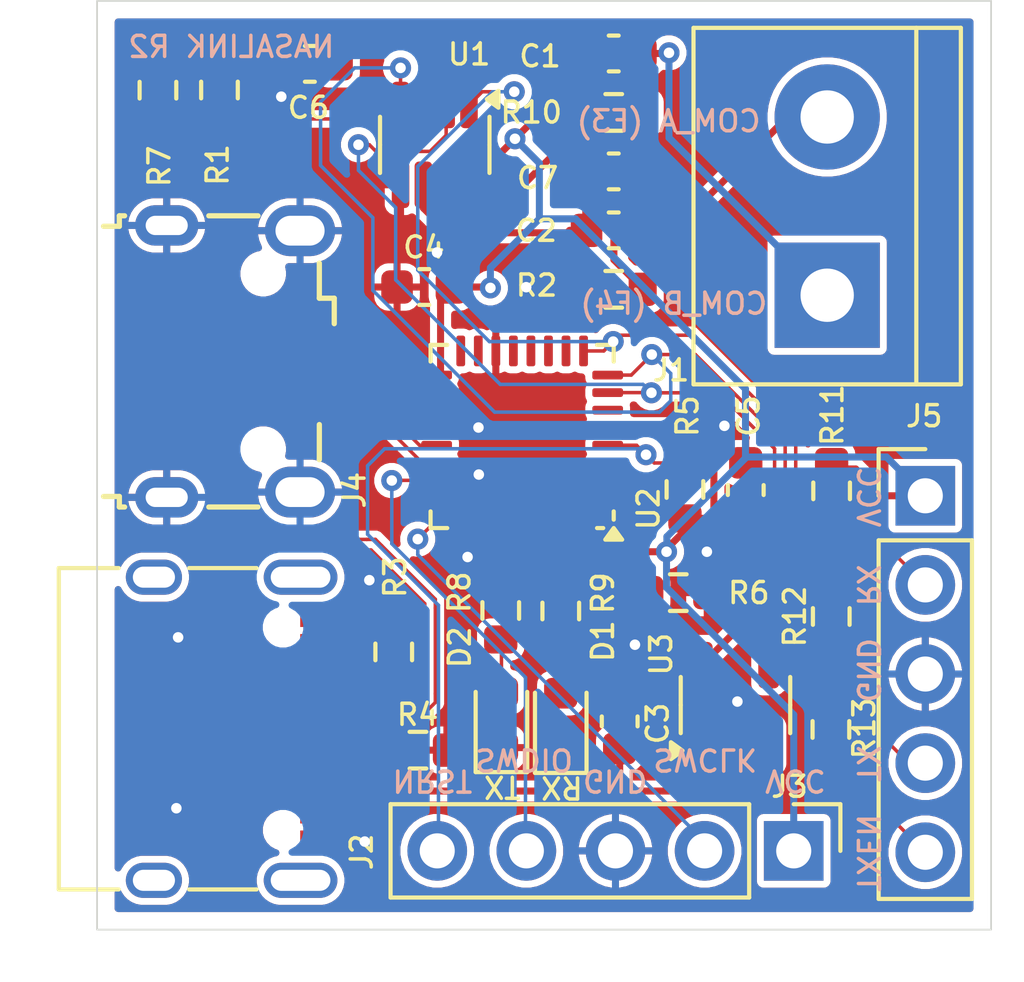
<source format=kicad_pcb>
(kicad_pcb (version 20241229) (generator "pcbnew") (generator_version "9.0")
  (layers (0 "F.Cu" signal) (2 "B.Cu" signal) (13 "F.Paste" user) (15 "B.Paste" user) (5 "F.SilkS" user "F.Silkscreen") (7 "B.SilkS" user "B.Silkscreen") (1 "F.Mask" user) (3 "B.Mask" user) (25 "Edge.Cuts" user))
  (net 0 "")
  (net 1 "Net-(U1-B)")
  (net 2 "Net-(J1-Pin_1)")
  (net 3 "Net-(J1-Pin_2)")
  (net 4 "Net-(U1-A)")
  (net 5 "GND")
  (net 6 "/VBUS")
  (net 7 "/VCC")
  (net 9 "Net-(J2-CC2)")
  (net 10 "/USBDM")
  (net 11 "/USBDP")
  (net 12 "Net-(J2-CC1)")
  (net 13 "/NRST")
  (net 14 "/SWDIO")
  (net 15 "/SWDCLK")
  (net 16 "Net-(U1-F_SET)")
  (net 17 "Net-(U2-PF11)")
  (net 18 "/UART_TXEN")
  (net 19 "/UART_TX")
  (net 20 "/UART_RX")
  (net 38 "Net-(R1-Pad2)")
  (net 39 "Net-(D1-A)")
  (net 40 "Net-(D2-A)")
  (net 41 "/LED_TX")
  (net 42 "/LED_RX")
  (net 44 "Net-(C1-Pad1)")
  (footprint "Capacitor_SMD:C_0603_1608Metric" (layer "F.Cu") (at 46.987706 35.701567 -90)
    (property "Reference" "C5")
    (property "Value" "1uF")
  )
  (footprint "Package_DFN_QFN:QFN-32-1EP_5x5mm_P0.5mm_EP3.45x3.45mm" (layer "F.Cu") (at 40.615 34.175 180)
    (property "Reference" "U2")
    (property "Value" "STM32F042K6Ux")
  )
  (footprint "LED_SMD:LED_0603_1608Metric" (layer "F.Cu") (at 41.715555 42.278787 90)
    (property "Reference" "D1")
    (property "Value" "LED")
  )
  (footprint "Capacitor_SMD:C_0603_1608Metric" (layer "F.Cu") (at 43.395 42.295 -90)
    (property "Reference" "C3")
    (property "Value" "1uF")
  )
  (footprint "Resistor_SMD:R_0603_1608Metric" (layer "F.Cu") (at 30.235 24.305 -90)
    (property "Reference" "R7")
    (property "Value" "0")
  )
  (footprint "Resistor_SMD:R_0603_1608Metric" (layer "F.Cu") (at 45.255 35.685 -90)
    (property "Reference" "R5")
    (property "Value" "100k")
  )
  (footprint "Resistor_SMD:R_0603_1608Metric" (layer "F.Cu") (at 31.988527 24.30021 90)
    (property "Reference" "R1")
    (property "Value" "50k")
  )
  (footprint "Resistor_SMD:R_0603_1608Metric" (layer "F.Cu") (at 43.225 24.939506)
    (property "Reference" "R10")
    (property "Value" "82")
  )
  (footprint "Connector_USB:USB_C_Receptacle_XKB_U262-16XN-4BVC11" (layer "F.Cu") (at 31.195 42.505 -90)
    (property "Reference" "J2")
    (property "Value" "USB_C_Receptacle_USB2.0_14P")
  )
  (footprint "Resistor_SMD:R_0603_1608Metric" (layer "F.Cu") (at 36.955 40.315 90)
    (property "Reference" "R4")
    (property "Value" "5.1k")
  )
  (footprint "Resistor_SMD:R_0603_1608Metric" (layer "F.Cu") (at 41.715556 39.148788 -90)
    (property "Reference" "R9")
    (property "Value" "1k")
  )
  (footprint "Capacitor_SMD:C_0603_1608Metric" (layer "F.Cu") (at 43.225 28.300412)
    (property "Reference" "C2")
    (property "Value" "1uF")
  )
  (footprint "Package_TO_SOT_SMD:SOT-23-8" (layer "F.Cu") (at 38.12436 25.864083 -90)
    (property "Reference" "U1")
    (property "Value" "THVD8000")
  )
  (footprint "Capacitor_SMD:C_0603_1608Metric" (layer "F.Cu") (at 43.225 26.61996)
    (property "Reference" "C7")
    (property "Value" "10nF")
  )
  (footprint "TerminalBlock:TerminalBlock_bornier-2_P5.08mm" (layer "F.Cu") (at 49.308919 30.149053 90)
    (property "Reference" "J1")
    (property "Value" "Screw_Terminal_01x02")
  )
  (footprint "Capacitor_SMD:C_0603_1608Metric" (layer "F.Cu") (at 43.225 23.259054)
    (property "Reference" "C1")
    (property "Value" "1uF")
  )
  (footprint "LED_SMD:LED_0603_1608Metric" (layer "F.Cu") (at 40.025 42.255 90)
    (property "Reference" "D2")
    (property "Value" "LED")
  )
  (footprint "Resistor_SMD:R_0603_1608Metric" (layer "F.Cu") (at 43.225 29.980863 180)
    (property "Reference" "R2")
    (property "Value" "120")
  )
  (footprint "Resistor_SMD:R_0603_1608Metric" (layer "F.Cu") (at 49.425 39.305 90)
    (property "Reference" "R12")
    (property "Value" "4.7k")
  )
  (footprint "Resistor_SMD:R_0603_1608Metric" (layer "F.Cu") (at 40.005 39.135 -90)
    (property "Reference" "R8")
    (property "Value" "1k")
  )
  (footprint "Connector_USB:USB_Micro-B_Wuerth_629105150521" (layer "F.Cu") (at 32.435 32.035 -90)
    (property "Reference" "J4")
    (property "Value" "USB_B_Micro")
  )
  (footprint "Capacitor_SMD:C_0603_1608Metric" (layer "F.Cu") (at 37.825 29.915)
    (property "Reference" "C4")
    (property "Value" "1uF")
  )
  (footprint "Package_TO_SOT_SMD:SOT-23-5" (layer "F.Cu") (at 46.695 41.83 90)
    (property "Reference" "U3")
    (property "Value" "TLV70033_SOT23-5")
  )
  (footprint "Resistor_SMD:R_0603_1608Metric" (layer "F.Cu") (at 49.435 35.725 90)
    (property "Reference" "R11")
    (property "Value" "4.7k")
  )
  (footprint "Resistor_SMD:R_0603_1608Metric" (layer "F.Cu") (at 37.645 43.115)
    (property "Reference" "R3")
    (property "Value" "5.1k")
  )
  (footprint "Connector_PinHeader_2.54mm:PinHeader_1x05_P2.54mm_Vertical" (layer "F.Cu") (at 52.105 35.865)
    (property "Reference" "J5")
    (property "Value" "Conn_01x05")
  )
  (footprint "Resistor_SMD:R_0603_1608Metric" (layer "F.Cu") (at 45.065 38.625 180)
    (property "Reference" "R6")
    (property "Value" "100k")
  )
  (footprint "Resistor_SMD:R_0603_1608Metric" (layer "F.Cu") (at 49.415 42.525 90)
    (property "Reference" "R13")
    (property "Value" "4.7k")
  )
  (footprint "Connector_PinHeader_2.54mm:PinHeader_1x05_P2.54mm_Vertical" (layer "F.Cu") (at 48.355 45.985 -90)
    (property "Reference" "J3")
    (property "Value" "Conn_01x05_Pin")
  )
  (footprint "Capacitor_SMD:C_0603_1608Metric" (layer "F.Cu") (at 34.565 23.555)
    (property "Reference" "C6")
    (property "Value" "1uF")
  )
  (gr_rect (start 28.5 21.76) (end 53.98 48.23) (stroke (width 0.05)) (fill no) (layer "Edge.Cuts"))
  (gr_text "TX" (at 40.05 44.16 180) (layer "F.SilkS") (effects (font (size 0.6 0.6) (thickness 0.1))))
  (gr_text "RX" (at 41.75 44.18 180) (layer "F.SilkS") (effects (font (size 0.6 0.6) (thickness 0.1))))
  (gr_text "GND" (at 50.12 41.82 270) (layer "B.SilkS") (effects (font (size 0.6 0.6) (thickness 0.1)) (justify left bottom mirror)))
  (gr_text "SWDIO" (at 39.218917 43.032404 180) (layer "B.SilkS") (effects (font (size 0.6 0.6) (thickness 0.1)) (justify left bottom mirror)))
  (gr_text "SWCLK" (at 44.293915 43.032404 180) (layer "B.SilkS") (effects (font (size 0.6 0.6) (thickness 0.1)) (justify left bottom mirror)))
  (gr_text "VCC" (at 47.481418 43.632404 180) (layer "B.SilkS") (effects (font (size 0.6 0.6) (thickness 0.1)) (justify left bottom mirror)))
  (gr_text "NRST" (at 36.861418 43.632404 180) (layer "B.SilkS") (effects (font (size 0.6 0.6) (thickness 0.1)) (justify left bottom mirror)))
  (gr_text "COM_A (F3)" (at 47.47 25.54 0) (layer "B.SilkS") (effects (font (size 0.6 0.6) (thickness 0.1)) (justify left bottom mirror)))
  (gr_text "TXEN" (at 50.12 47.21 270) (layer "B.SilkS") (effects (font (size 0.6 0.6) (thickness 0.1)) (justify left bottom mirror)))
  (gr_text "VCC" (at 50.12 36.82 270) (layer "B.SilkS") (effects (font (size 0.6 0.6) (thickness 0.1)) (justify left bottom mirror)))
  (gr_text "TX" (at 50.12 44.08 270) (layer "B.SilkS") (effects (font (size 0.6 0.6) (thickness 0.1)) (justify left bottom mirror)))
  (gr_text "GND" (at 42.286418 43.632404 180) (layer "B.SilkS") (effects (font (size 0.6 0.6) (thickness 0.1)) (justify left bottom mirror)))
  (gr_text "NASALINK R2" (at 35.32 23.42 0) (layer "B.SilkS") (effects (font (size 0.6 0.6) (thickness 0.1)) (justify left bottom mirror)))
  (gr_text "COM_B (F4)" (at 47.66 30.74 0) (layer "B.SilkS") (effects (font (size 0.6 0.6) (thickness 0.1)) (justify left bottom mirror)))
  (gr_text "RX" (at 50.12 39.07 270) (layer "B.SilkS") (effects (font (size 0.6 0.6) (thickness 0.1)) (justify left bottom mirror)))
  (segment (start 42.4 24.939506) (end 42.4 24.925) (width 0.2) (layer "F.Cu") (net 1))
  (segment (start 39.67 27.98) (end 42.4 25.25) (width 0.2) (layer "F.Cu") (net 1))
  (segment (start 43.23 25.755) (end 43.23 29.137758) (width 0.2) (layer "F.Cu") (net 1))
  (segment (start 38.449362 27.620002) (end 38.80936 27.98) (width 0.2) (layer "F.Cu") (net 1))
  (segment (start 42.4 24.925) (end 43.23 25.755) (width 0.2) (layer "F.Cu") (net 1))
  (segment (start 42.4 25.25) (end 42.4 24.939506) (width 0.2) (layer "F.Cu") (net 1))
  (segment (start 43.23 29.137758) (end 44.073105 29.980863) (width 0.2) (layer "F.Cu") (net 1))
  (segment (start 38.449362 27.001583) (end 38.449362 27.620002) (width 0.2) (layer "F.Cu") (net 1))
  (segment (start 38.80936 27.98) (end 39.67 27.98) (width 0.2) (layer "F.Cu") (net 1))
  (segment (start 44.000001 23.259054) (end 44.780946 23.259054) (width 0.2) (layer "F.Cu") (net 2))
  (segment (start 44.780946 23.259054) (end 44.8 23.24) (width 0.2) (layer "F.Cu") (net 2))
  (via (at 44.8 23.24) (size 0.6) (drill 0.3) (layers "F.Cu" "B.Cu") (net 2))
  (segment (start 49.289053 30.149053) (end 49.308919 30.149053) (width 0.2) (layer "B.Cu") (net 2))
  (segment (start 44.8 25.66) (end 49.289053 30.149053) (width 0.2) (layer "B.Cu") (net 2))
  (segment (start 44.8 23.24) (end 44.8 25.66) (width 0.2) (layer "B.Cu") (net 2))
  (segment (start 48.180947 25.069053) (end 45.110948 28.139052) (width 0.2) (layer "F.Cu") (net 3))
  (segment (start 45.110948 28.139052) (end 44.01392 28.139052) (width 0.2) (layer "F.Cu") (net 3))
  (segment (start 49.308919 25.069053) (end 48.180947 25.069053) (width 0.2) (layer "F.Cu") (net 3))
  (segment (start 38.64326 28.381) (end 38.97546 28.381) (width 0.2) (layer "F.Cu") (net 4))
  (segment (start 41.9 28.37) (end 41.969588 28.300412) (width 0.2) (layer "F.Cu") (net 4))
  (segment (start 39.8361 28.381) (end 39.8471 28.37) (width 0.2) (layer "F.Cu") (net 4))
  (segment (start 37.799362 27.664081) (end 38.505281 28.37) (width 0.2) (layer "F.Cu") (net 4))
  (segment (start 38.97546 28.381) (end 39.5039 28.381) (width 0.2) (layer "F.Cu") (net 4))
  (segment (start 42.428919 29.975049) (end 42.428919 26.685) (width 0.2) (layer "F.Cu") (net 4))
  (segment (start 38.505281 28.37) (end 38.63226 28.37) (width 0.2) (layer "F.Cu") (net 4))
  (segment (start 37.799362 27.001582) (end 37.799362 27.664081) (width 0.2) (layer "F.Cu") (net 4))
  (segment (start 39.8471 28.37) (end 41.9 28.37) (width 0.2) (layer "F.Cu") (net 4))
  (segment (start 42.423105 29.980863) (end 42.428919 29.975049) (width 0.2) (layer "F.Cu") (net 4))
  (segment (start 41.969588 28.300412) (end 42.449999 28.300412) (width 0.2) (layer "F.Cu") (net 4))
  (segment (start 38.63226 28.37) (end 38.64326 28.381) (width 0.2) (layer "F.Cu") (net 4))
  (segment (start 39.5039 28.381) (end 39.8361 28.381) (width 0.2) (layer "F.Cu") (net 4))
  (via (at 39.38 35.26) (size 0.6) (drill 0.3) (layers "F.Cu" "B.Cu") (net 5))
  (via (at 45.88 37.46) (size 0.6) (drill 0.3) (layers "F.Cu" "B.Cu") (net 5))
  (via (at 33.75 24.49) (size 0.45) (drill 0.3) (layers "F.Cu" "B.Cu") (net 5))
  (via (at 30.81 39.9) (size 0.6) (drill 0.3) (layers "F.Cu" "B.Cu") (net 5))
  (via (at 43.83 40.11) (size 0.6) (drill 0.3) (layers "F.Cu" "B.Cu") (net 5))
  (via (at 39.37 33.92) (size 0.6) (drill 0.3) (layers "F.Cu" "B.Cu") (net 5))
  (via (at 46.75 41.73) (size 0.6) (drill 0.3) (layers "F.Cu" "B.Cu") (net 5))
  (via (at 40.73 29.92) (size 0.6) (drill 0.3) (layers "F.Cu" "B.Cu") (net 5))
  (via (at 39.06 37.61) (size 0.6) (drill 0.3) (layers "F.Cu" "B.Cu") (net 5))
  (via (at 46.38 33.871472) (size 0.6) (drill 0.3) (layers "F.Cu" "B.Cu") (net 5))
  (via (at 30.76 44.77) (size 0.6) (drill 0.3) (layers "F.Cu" "B.Cu") (net 5))
  (via (at 36.26 38.27) (size 0.6) (drill 0.3) (layers "F.Cu" "B.Cu") (net 5))
  (via (at 38.19 28.93) (size 0.6) (drill 0.3) (layers "F.Cu" "B.Cu") (net 5))
  (via (at 36.13 45.72) (size 0.6) (drill 0.3) (layers "F.Cu" "B.Cu") (net 5))
  (segment (start 33.11 43.67) (end 34.495 45.055) (width 0.2) (layer "F.Cu") (net 6))
  (segment (start 31.8 32.37) (end 31.8 38.569596) (width 0.2) (layer "F.Cu") (net 6))
  (segment (start 34.335002 30.735) (end 33.435 30.735) (width 0.2) (layer "F.Cu") (net 6))
  (segment (start 35.18 44.74) (end 35.82 44.74) (width 0.2) (layer "F.Cu") (net 6))
  (segment (start 33.520404 40.29) (end 34.83 40.29) (width 0.2) (layer "F.Cu") (net 6))
  (segment (start 33.11 40.8) (end 33.11 43.67) (width 0.2) (layer "F.Cu") (net 6))
  (segment (start 46.98 44.28) (end 47.645 43.615) (width 0.2) (layer "F.Cu") (net 6))
  (segment (start 43.395 43.835) (end 43.395 43.070001) (width 0.2) (layer "F.Cu") (net 6))
  (segment (start 45.35 44.28) (end 45.745 43.885) (width 0.2) (layer "F.Cu") (net 6))
  (segment (start 34.83 40.29) (end 34.865001 40.254999) (width 0.2) (layer "F.Cu") (net 6))
  (segment (start 31.8 38.569596) (end 33.520404 40.29) (width 0.2) (layer "F.Cu") (net 6))
  (segment (start 45.35 44.28) (end 46.98 44.28) (width 0.2) (layer "F.Cu") (net 6))
  (segment (start 47.645 43.615) (end 47.645 42.9675) (width 0.2) (layer "F.Cu") (net 6))
  (segment (start 33.435 30.735) (end 31.8 32.37) (width 0.2) (layer "F.Cu") (net 6))
  (segment (start 35.82 44.74) (end 36.28 44.28) (width 0.2) (layer "F.Cu") (net 6))
  (segment (start 33.62 40.29) (end 33.11 40.8) (width 0.2) (layer "F.Cu") (net 6))
  (segment (start 34.865 45.055) (end 35.18 44.74) (width 0.2) (layer "F.Cu") (net 6))
  (segment (start 42.95 44.28) (end 45.35 44.28) (width 0.2) (layer "F.Cu") (net 6))
  (segment (start 34.495 45.055) (end 34.865 45.055) (width 0.2) (layer "F.Cu") (net 6))
  (segment (start 45.745 43.885) (end 45.745 42.9675) (width 0.2) (layer "F.Cu") (net 6))
  (segment (start 36.28 44.28) (end 42.95 44.28) (width 0.2) (layer "F.Cu") (net 6))
  (segment (start 34.079592 40.29) (end 33.62 40.29) (width 0.2) (layer "F.Cu") (net 6))
  (segment (start 42.95 44.28) (end 43.395 43.835) (width 0.2) (layer "F.Cu") (net 6))
  (segment (start 44.79 37.32) (end 45.6 36.51) (width 0.2) (layer "F.Cu") (net 7))
  (segment (start 45.584999 33.924999) (end 46.08 34.42) (width 0.2) (layer "F.Cu") (net 7))
  (segment (start 38.574693 29.940308) (end 38.29 30.225001) (width 0.2) (layer "F.Cu") (net 7))
  (segment (start 40.84 23.04) (end 41.36 23.56) (width 0.2) (layer "F.Cu") (net 7))
  (segment (start 35.340001 23.555) (end 35.855001 23.04) (width 0.2) (layer "F.Cu") (net 7))
  (segment (start 38.600001 29.915) (end 39.685 29.915) (width 0.2) (layer "F.Cu") (net 7))
  (segment (start 41.36 23.56) (end 41.36 24.740944) (width 0.2) (layer "F.Cu") (net 7))
  (segment (start 49.295 38.27) (end 48.781138 38.27) (width 0.2) (layer "F.Cu") (net 7))
  (segment (start 43.93 37.46) (end 43.09 36.62) (width 0.2) (layer "F.Cu") (net 7))
  (segment (start 48.27 41.1) (end 48.27 40.013032) (width 0.2) (layer "F.Cu") (net 7))
  (segment (start 47.082294 36.476568) (end 46.987706 36.476568) (width 0.2) (layer "F.Cu") (net 7))
  (segment (start 45.6 36.51) (end 46.954274 36.51) (width 0.2) (layer "F.Cu") (net 7))
  (segment (start 35.855001 23.04) (end 40.84 23.04) (width 0.2) (layer "F.Cu") (net 7))
  (segment (start 43.09 36.62) (end 43.09 36.07) (width 0.2) (layer "F.Cu") (net 7))
  (segment (start 45.745 40.675) (end 46.98 39.44) (width 0.2) (layer "F.Cu") (net 7))
  (segment (start 41.36 24.740944) (end 40.410472 25.690472) (width 0.2) (layer "F.Cu") (net 7))
  (segment (start 50.12 35.1) (end 49.315 35.1) (width 0.2) (layer "F.Cu") (net 7))
  (segment (start 47.996968 39.74) (end 47.99 39.74) (width 0.2) (layer "F.Cu") (net 7))
  (segment (start 39.685 29.915) (end 39.710308 29.940308) (width 0.2) (layer "F.Cu") (net 7))
  (segment (start 44.73 37.46) (end 44.79 37.4) (width 0.2) (layer "F.Cu") (net 7))
  (segment (start 45.745 40.6925) (end 45.745 40.675) (width 0.2) (layer "F.Cu") (net 7))
  (segment (start 52.105 35.865) (end 50.885 35.865) (width 0.2) (layer "F.Cu") (net 7))
  (segment (start 48.81 41.64) (end 48.27 41.1) (width 0.2) (layer "F.Cu") (net 7))
  (segment (start 46.98 36.578862) (end 47.082294 36.476568) (width 0.2) (layer "F.Cu") (net 7))
  (segment (start 44.73 37.31) (end 44.58 37.46) (width 0.2) (layer "F.Cu") (net 7))
  (segment (start 50.885 35.865) (end 50.12 35.1) (width 0.2) (layer "F.Cu") (net 7))
  (segment (start 39.099361 27.001583) (end 40.410472 25.690472) (width 0.2) (layer "F.Cu") (net 7))
  (segment (start 44.79 37.4) (end 44.79 37.32) (width 0.2) (layer "F.Cu") (net 7))
  (segment (start 44.73 37.46) (end 44.73 37.31) (width 0.2) (layer "F.Cu") (net 7))
  (segment (start 47.99 39.74) (end 47.7 39.45) (width 0.2) (layer "F.Cu") (net 7))
  (segment (start 46.954274 36.51) (end 46.987706 36.476568) (width 0.2) (layer "F.Cu") (net 7))
  (segment (start 44.58 37.46) (end 43.93 37.46) (width 0.2) (layer "F.Cu") (net 7))
  (segment (start 38.29 30.225001) (end 38.29 32.312499) (width 0.2) (layer "F.Cu") (net 7))
  (segment (start 47.7 39.45) (end 46.99 39.45) (width 0.2) (layer "F.Cu") (net 7))
  (segment (start 38.29 32.312499) (end 38.177501 32.424998) (width 0.2) (layer "F.Cu") (net 7))
  (segment (start 48.781138 38.27) (end 46.987706 36.476568) (width 0.2) (layer "F.Cu") (net 7))
  (segment (start 48.27 40.013032) (end 47.996968 39.74) (width 0.2) (layer "F.Cu") (net 7))
  (segment (start 43.052499 33.924999) (end 45.584999 33.924999) (width 0.2) (layer "F.Cu") (net 7))
  (segment (start 49.355 41.64) (end 48.81 41.64) (width 0.2) (layer "F.Cu") (net 7))
  (segment (start 49.415 41.7) (end 49.355 41.64) (width 0.2) (layer "F.Cu") (net 7))
  (segment (start 43.09 36.07) (end 42.98 35.96) (width 0.2) (layer "F.Cu") (net 7))
  (segment (start 46.98 39.44) (end 46.98 36.578862) (width 0.2) (layer "F.Cu") (net 7))
  (segment (start 46.08 36.51) (end 45.255 36.51) (width 0.2) (layer "F.Cu") (net 7))
  (segment (start 46.08 34.42) (end 46.08 36.51) (width 0.2) (layer "F.Cu") (net 7))
  (segment (start 46.99 39.45) (end 46.98 39.46) (width 0.2) (layer "F.Cu") (net 7))
  (via (at 39.710308 29.940308) (size 0.6) (drill 0.3) (layers "F.Cu" "B.Cu") (net 7))
  (via (at 44.73 37.46) (size 0.6) (drill 0.3) (layers "F.Cu" "B.Cu") (net 7))
  (via (at 40.410472 25.690472) (size 0.6) (drill 0.3) (layers "F.Cu" "B.Cu") (net 7))
  (segment (start 47.01 34.76) (end 51 34.76) (width 0.2) (layer "B.Cu") (net 7))
  (segment (start 44.74 37.03) (end 47.01 34.76) (width 0.2) (layer "B.Cu") (net 7))
  (segment (start 41.105685 26.385685) (end 41.105685 27.971471) (width 0.2) (layer "B.Cu") (net 7))
  (segment (start 51 34.76) (end 52.105 35.865) (width 0.2) (layer "B.Cu") (net 7))
  (segment (start 46.98 34.79) (end 46.98 32.82) (width 0.2) (layer "B.Cu") (net 7))
  (segment (start 48.355 42.105) (end 48.355 45.985) (width 0.2) (layer "B.Cu") (net 7))
  (segment (start 42.131471 27.971471) (end 41.105685 27.971471) (width 0.2) (layer "B.Cu") (net 7))
  (segment (start 44.73 37.46) (end 44.73 38.48) (width 0.2) (layer "B.Cu") (net 7))
  (segment (start 39.710308 29.366848) (end 41.105685 27.971471) (width 0.2) (layer "B.Cu") (net 7))
  (segment (start 44.73 38.48) (end 48.355 42.105) (width 0.2) (layer "B.Cu") (net 7))
  (segment (start 46.98 32.82) (end 42.131471 27.971471) (width 0.2) (layer "B.Cu") (net 7))
  (segment (start 44.74 37.45) (end 44.74 37.03) (width 0.2) (layer "B.Cu") (net 7))
  (segment (start 40.410472 25.690472) (end 41.105685 26.385685) (width 0.2) (layer "B.Cu") (net 7))
  (segment (start 44.73 37.46) (end 44.74 37.45) (width 0.2) (layer "B.Cu") (net 7))
  (segment (start 39.710308 29.940308) (end 39.710308 29.366848) (width 0.2) (layer "B.Cu") (net 7))
  (segment (start 35.47 44.25) (end 35.465001 44.254999) (width 0.1) (layer "F.Cu") (net 9))
  (segment (start 36.555 43.38) (end 36.44 43.38) (width 0.1) (layer "F.Cu") (net 9))
  (segment (start 36.82 43.115) (end 36.555 43.38) (width 0.1) (layer "F.Cu") (net 9))
  (segment (start 36.44 43.38) (end 35.57 44.25) (width 0.1) (layer "F.Cu") (net 9))
  (segment (start 35.57 44.25) (end 35.47 44.25) (width 0.1) (layer "F.Cu") (net 9))
  (segment (start 35.465001 44.254999) (end 34.864999 44.254999) (width 0.1) (layer "F.Cu") (net 9))
  (segment (start 36.96 33.42) (end 36.96 33.694324) (width 0.1) (layer "F.Cu") (net 10))
  (segment (start 35.69 42.01) (end 35.69 41.99) (width 0.1) (layer "F.Cu") (net 10))
  (segment (start 35.515 41.755) (end 34.864998 41.755) (width 0.1) (layer "F.Cu") (net 10))
  (segment (start 33.685 31.385) (end 34.335001 31.385) (width 0.1) (layer "F.Cu") (net 10))
  (segment (start 35.69 41.99) (end 37.48 41.99) (width 0.1) (layer "F.Cu") (net 10))
  (segment (start 32.21 32.86) (end 33.685 31.385) (width 0.1) (layer "F.Cu") (net 10))
  (segment (start 37.690677 34.425001) (end 38.177501 34.425001) (width 0.1) (layer "F.Cu") (net 10))
  (segment (start 35.69 42.01) (end 35.69 41.93) (width 0.1) (layer "F.Cu") (net 10))
  (segment (start 35.589998 42.755001) (end 35.69 42.654999) (width 0.1) (layer "F.Cu") (net 10))
  (segment (start 36.31 37.41) (end 33.49 37.41) (width 0.1) (layer "F.Cu") (net 10))
  (segment (start 35.69 42.654999) (end 35.69 42.01) (width 0.1) (layer "F.Cu") (net 10))
  (segment (start 34.335001 31.385) (end 34.925 31.385) (width 0.1) (layer "F.Cu") (net 10))
  (segment (start 34.865 42.755001) (end 35.589998 42.755001) (width 0.1) (layer "F.Cu") (net 10))
  (segment (start 35.69 41.93) (end 35.515 41.755) (width 0.1) (layer "F.Cu") (net 10))
  (segment (start 37.48 41.99) (end 37.84 41.63) (width 0.1) (layer "F.Cu") (net 10))
  (segment (start 34.925 31.385) (end 36.96 33.42) (width 0.1) (layer "F.Cu") (net 10))
  (segment (start 36.96 33.694324) (end 37.690677 34.425001) (width 0.1) (layer "F.Cu") (net 10))
  (segment (start 33.49 37.41) (end 32.21 36.13) (width 0.1) (layer "F.Cu") (net 10))
  (segment (start 37.84 38.94) (end 36.31 37.41) (width 0.1) (layer "F.Cu") (net 10))
  (segment (start 37.84 41.63) (end 37.84 38.94) (width 0.1) (layer "F.Cu") (net 10))
  (segment (start 32.21 36.13) (end 32.21 32.86) (width 0.1) (layer "F.Cu") (net 10))
  (segment (start 35.149322 32.035) (end 36.65 33.535678) (width 0.1) (layer "F.Cu") (net 11))
  (segment (start 37.764998 34.925) (end 38.1775 34.925) (width 0.1) (layer "F.Cu") (net 11))
  (segment (start 34.02 43.135001) (end 34.02 42.375001) (width 0.1) (layer "F.Cu") (net 11))
  (segment (start 38.141 41.754678) (end 37.964678 41.931) (width 0.1) (layer "F.Cu") (net 11))
  (segment (start 36.434678 37.109) (end 36.611 37.285322) (width 0.1) (layer "F.Cu") (net 11))
  (segment (start 37.355322 42.291) (end 36.499 42.291) (width 0.1) (layer "F.Cu") (net 11))
  (segment (start 32.511 32.984678) (end 32.511 36.005322) (width 0.1) (layer "F.Cu") (net 11))
  (segment (start 35.633999 43.156001) (end 35.535 43.255) (width 0.1) (layer "F.Cu") (net 11))
  (segment (start 36.185322 37.109) (end 36.434678 37.109) (width 0.1) (layer "F.Cu") (net 11))
  (segment (start 36.611 37.285322) (end 37.964678 38.639) (width 0.1) (layer "F.Cu") (net 11))
  (segment (start 32.511 36.005322) (end 33.614678 37.109) (width 0.1) (layer "F.Cu") (net 11))
  (segment (start 36.499 42.291) (end 35.691 43.099) (width 0.1) (layer "F.Cu") (net 11))
  (segment (start 37.604678 42.291) (end 37.355322 42.291) (width 0.1) (layer "F.Cu") (net 11))
  (segment (start 35.535 43.255) (end 34.865 43.255) (width 0.1) (layer "F.Cu") (net 11))
  (segment (start 37.781 42.114678) (end 37.604678 42.291) (width 0.1) (layer "F.Cu") (net 11))
  (segment (start 34.335 32.035) (end 33.460678 32.035) (width 0.1) (layer "F.Cu") (net 11))
  (segment (start 37.964678 38.639) (end 38.141 38.815322) (width 0.1) (layer "F.Cu") (net 11))
  (segment (start 38.141 38.815322) (end 38.141 39.064678) (width 0.1) (layer "F.Cu") (net 11))
  (segment (start 36.65 33.535678) (end 36.65 33.810002) (width 0.1) (layer "F.Cu") (net 11))
  (segment (start 33.614678 37.109) (end 36.185322 37.109) (width 0.1) (layer "F.Cu") (net 11))
  (segment (start 34.139999 43.255) (end 34.02 43.135001) (width 0.1) (layer "F.Cu") (net 11))
  (segment (start 38.141 41.505322) (end 38.141 41.754678) (width 0.1) (layer "F.Cu") (net 11))
  (segment (start 35.691 43.099) (end 35.691 43.156001) (width 0.1) (layer "F.Cu") (net 11))
  (segment (start 33.460678 32.035) (end 32.511 32.984678) (width 0.1) (layer "F.Cu") (net 11))
  (segment (start 34.865 43.255) (end 34.139999 43.255) (width 0.1) (layer "F.Cu") (net 11))
  (segment (start 36.65 33.810002) (end 37.764998 34.925) (width 0.1) (layer "F.Cu") (net 11))
  (segment (start 35.691 43.156001) (end 35.633999 43.156001) (width 0.1) (layer "F.Cu") (net 11))
  (segment (start 37.964678 41.931) (end 37.781 42.114678) (width 0.1) (layer "F.Cu") (net 11))
  (segment (start 38.141 39.064678) (end 38.141 41.505322) (width 0.1) (layer "F.Cu") (net 11))
  (segment (start 34.335 32.035) (end 35.149322 32.035) (width 0.1) (layer "F.Cu") (net 11))
  (segment (start 34.140002 42.254999) (end 34.865 42.254999) (width 0.1) (layer "F.Cu") (net 11))
  (segment (start 34.02 42.375001) (end 34.140002 42.254999) (width 0.1) (layer "F.Cu") (net 11))
  (segment (start 36.84 41.255) (end 34.865001 41.255) (width 0.1) (layer "F.Cu") (net 12))
  (segment (start 36.955 41.14) (end 36.84 41.255) (width 0.1) (layer "F.Cu") (net 12))
  (segment (start 43.875 34.425) (end 43.0525 34.425) (width 0.1) (layer "F.Cu") (net 13))
  (segment (start 45.185 34.93) (end 44.38 34.93) (width 0.1) (layer "F.Cu") (net 13))
  (segment (start 44.38 34.93) (end 43.875 34.425) (width 0.1) (layer "F.Cu") (net 13))
  (segment (start 45.255 34.86) (end 45.185 34.93) (width 0.1) (layer "F.Cu") (net 13))
  (via (at 44.145 34.695) (size 0.6) (drill 0.3) (layers "F.Cu" "B.Cu") (net 13))
  (segment (start 44.145 34.695) (end 44.145 34.535) (width 0.1) (layer "B.Cu") (net 13))
  (segment (start 36.21 35.01) (end 36.21 36.964264) (width 0.1) (layer "B.Cu") (net 13))
  (segment (start 38.23 45.950001) (end 38.195001 45.985) (width 0.1) (layer "B.Cu") (net 13))
  (segment (start 44.145 34.535) (end 44.134999 34.524999) (width 0.1) (layer "B.Cu") (net 13))
  (segment (start 36.695001 34.524999) (end 36.21 35.01) (width 0.1) (layer "B.Cu") (net 13))
  (segment (start 44.134999 34.524999) (end 36.695001 34.524999) (width 0.1) (layer "B.Cu") (net 13))
  (segment (start 38.23 38.984264) (end 38.23 45.950001) (width 0.1) (layer "B.Cu") (net 13))
  (segment (start 36.21 36.964264) (end 38.23 38.984264) (width 0.1) (layer "B.Cu") (net 13))
  (segment (start 36.904998 35.425002) (end 38.177502 35.425002) (width 0.1) (layer "F.Cu") (net 14))
  (segment (start 36.9 35.43) (end 36.904998 35.425002) (width 0.1) (layer "F.Cu") (net 14))
  (via (at 36.9 35.43) (size 0.6) (drill 0.3) (layers "F.Cu" "B.Cu") (net 14))
  (segment (start 40.735 45.985) (end 40.71 45.96) (width 0.1) (layer "B.Cu") (net 14))
  (segment (start 40.71 45.96) (end 40.71 41.04) (width 0.1) (layer "B.Cu") (net 14))
  (segment (start 40.71 41.04) (end 36.9 37.23) (width 0.1) (layer "B.Cu") (net 14))
  (segment (start 36.9 37.23) (end 36.9 35.43) (width 0.1) (layer "B.Cu") (net 14))
  (segment (start 37.64 37.1) (end 38.16 36.58) (width 0.1) (layer "F.Cu") (net 15))
  (segment (start 38.16 36.58) (end 38.16 35.942497) (width 0.1) (layer "F.Cu") (net 15))
  (segment (start 38.16 35.942497) (end 38.177499 35.924998) (width 0.1) (layer "F.Cu") (net 15))
  (via (at 37.64 37.1) (size 0.6) (drill 0.3) (layers "F.Cu" "B.Cu") (net 15))
  (segment (start 45.814999 45.985001) (end 45.814999 45.719321) (width 0.1) (layer "B.Cu") (net 15))
  (segment (start 37.64 37.544322) (end 37.64 37.1) (width 0.1) (layer "B.Cu") (net 15))
  (segment (start 45.814999 45.719321) (end 37.64 37.544322) (width 0.1) (layer "B.Cu") (net 15))
  (segment (start 36.620083 25.640083) (end 37.679917 25.640083) (width 0.1) (layer "F.Cu") (net 16))
  (segment (start 37.679917 25.640083) (end 37.799358 25.520642) (width 0.1) (layer "F.Cu") (net 16))
  (segment (start 36.10521 25.12521) (end 36.620083 25.640083) (width 0.1) (layer "F.Cu") (net 16))
  (segment (start 37.799358 25.520642) (end 37.799358 24.726583) (width 0.1) (layer "F.Cu") (net 16))
  (segment (start 31.988527 25.12521) (end 36.10521 25.12521) (width 0.1) (layer "F.Cu") (net 16))
  (segment (start 44.24 38.625) (end 43.246326 38.625) (width 0.1) (layer "F.Cu") (net 17))
  (segment (start 43.246326 38.625) (end 41.865002 37.243676) (width 0.1) (layer "F.Cu") (net 17))
  (segment (start 41.865002 37.243676) (end 41.865002 36.612498) (width 0.1) (layer "F.Cu") (net 17))
  (segment (start 37.99 26.05) (end 38.449358 25.590642) (width 0.1) (layer "F.Cu") (net 18))
  (segment (start 52.104996 46.025) (end 49.285 43.205004) (width 0.1) (layer "F.Cu") (net 18))
  (segment (start 49.733352 40.9) (end 50.141 41.307648) (width 0.1) (layer "F.Cu") (net 18))
  (segment (start 48.775 37.545) (end 48.809322 37.545) (width 0.1) (layer "F.Cu") (net 18))
  (segment (start 44.21 32.93) (end 44.204998 32.924998) (width 0.1) (layer "F.Cu") (net 18))
  (segment (start 46.21776 32.93) (end 47.81 34.52224) (width 0.1) (layer "F.Cu") (net 18))
  (segment (start 48.97 40.9) (end 49.733352 40.9) (width 0.1) (layer "F.Cu") (net 18))
  (segment (start 48.957648 39.479) (end 48.699 39.737648) (width 0.1) (layer "F.Cu") (net 18))
  (segment (start 44.3 32.93) (end 46.21776 32.93) (width 0.1) (layer "F.Cu") (net 18))
  (segment (start 35.95 25.86) (end 36.26 25.86) (width 0.1) (layer "F.Cu") (net 18))
  (segment (start 47.81 36.58) (end 48.775 37.545) (width 0.1) (layer "F.Cu") (net 18))
  (segment (start 50.151 38.087648) (end 50.151 38.872352) (width 0.1) (layer "F.Cu") (net 18))
  (segment (start 49.614352 37.551) (end 50.151 38.087648) (width 0.1) (layer "F.Cu") (net 18))
  (segment (start 50.141 42.624) (end 49.415 43.35) (width 0.1) (layer "F.Cu") (net 18))
  (segment (start 36.26 25.86) (end 36.45 26.05) (width 0.1) (layer "F.Cu") (net 18))
  (segment (start 38.449358 25.590642) (end 38.449358 24.726584) (width 0.1) (layer "F.Cu") (net 18))
  (segment (start 50.141 41.307648) (end 50.141 42.624) (width 0.1) (layer "F.Cu") (net 18))
  (segment (start 48.809322 37.545) (end 48.815322 37.551) (width 0.1) (layer "F.Cu") (net 18))
  (segment (start 44.204998 32.924998) (end 43.052498 32.924998) (width 0.1) (layer "F.Cu") (net 18))
  (segment (start 44.3 32.93) (end 44.21 32.93) (width 0.1) (layer "F.Cu") (net 18))
  (segment (start 50.151 38.872352) (end 49.544352 39.479) (width 0.1) (layer "F.Cu") (net 18))
  (segment (start 49.544352 39.479) (end 48.957648 39.479) (width 0.1) (layer "F.Cu") (net 18))
  (segment (start 48.699 40.629) (end 48.97 40.9) (width 0.1) (layer "F.Cu") (net 18))
  (segment (start 47.81 34.52224) (end 47.81 36.58) (width 0.1) (layer "F.Cu") (net 18))
  (segment (start 49.285 43.205004) (end 49.285 43.05) (width 0.1) (layer "F.Cu") (net 18))
  (segment (start 48.815322 37.551) (end 49.614352 37.551) (width 0.1) (layer "F.Cu") (net 18))
  (segment (start 36.45 26.05) (end 37.99 26.05) (width 0.1) (layer "F.Cu") (net 18))
  (segment (start 48.699 39.737648) (end 48.699 40.629) (width 0.1) (layer "F.Cu") (net 18))
  (via (at 35.95 25.86) (size 0.6) (drill 0.3) (layers "F.Cu" "B.Cu") (net 18))
  (via (at 44.3 32.93) (size 0.6) (drill 0.3) (layers "F.Cu" "B.Cu") (net 18))
  (segment (start 37.01 29.71) (end 39.99 32.69) (width 0.1) (layer "B.Cu") (net 18))
  (segment (start 39.99 32.69) (end 44.06 32.69) (width 0.1) (layer "B.Cu") (net 18))
  (segment (start 35.95 25.86) (end 35.95 26.59) (width 0.1) (layer "B.Cu") (net 18))
  (segment (start 44.06 32.69) (end 44.3 32.93) (width 0.1) (layer "B.Cu") (net 18))
  (segment (start 37.01 27.65) (end 37.01 29.71) (width 0.1) (layer "B.Cu") (net 18))
  (segment (start 35.95 26.59) (end 37.01 27.65) (width 0.1) (layer "B.Cu") (net 18))
  (segment (start 50.452 38.747674) (end 50.452 38.99703) (width 0.1) (layer "F.Cu") (net 19))
  (segment (start 49.425 40.13) (end 49.39 40.165) (width 0.1) (layer "F.Cu") (net 19))
  (segment (start 49.407015 40.147985) (end 50.442 41.18297) (width 0.1) (layer "F.Cu") (net 19))
  (segment (start 48.111 36.421) (end 48.934 37.244) (width 0.1) (layer "F.Cu") (net 19))
  (segment (start 50.275678 39.173352) (end 49.845352 39.603678) (width 0.1) (layer "F.Cu") (net 19))
  (segment (start 49.845352 39.603678) (end 49.72 39.72903) (width 0.1) (layer "F.Cu") (net 19))
  (segment (start 48.94 37.25) (end 49.189356 37.25) (width 0.1) (layer "F.Cu") (net 19))
  (segment (start 50.442 41.18297) (end 50.442 42.292) (width 0.1) (layer "F.Cu") (net 19))
  (segment (start 49.489674 37.25) (end 49.69 37.25) (width 0.1) (layer "F.Cu") (net 19))
  (segment (start 43.724998 32.425002) (end 43.052501 32.425002) (width 0.1) (layer "F.Cu") (net 19))
  (segment (start 47.934678 34.22124) (end 48.111 34.397562) (width 0.1) (layer "F.Cu") (net 19))
  (segment (start 45.553438 31.84) (end 46.342438 32.629) (width 0.1) (layer "F.Cu") (net 19))
  (segment (start 50.452 38.012) (end 50.452 38.212326) (width 0.1) (layer "F.Cu") (net 19))
  (segment (start 49.72 39.72903) (end 49.72 40.13) (width 0.1) (layer "F.Cu") (net 19))
  (segment (start 50.452 38.99703) (end 50.275678 39.173352) (width 0.1) (layer "F.Cu") (net 19))
  (segment (start 37.149359 23.67) (end 37.149359 24.726583) (width 0.1) (layer "F.Cu") (net 19))
  (segment (start 49.39 40.165) (end 49.407015 40.147985) (width 0.1) (layer "F.Cu") (net 19))
  (segment (start 50.452 38.212326) (end 50.452 38.747674) (width 0.1) (layer "F.Cu") (net 19))
  (segment (start 49.189356 37.25) (end 49.489674 37.25) (width 0.1) (layer "F.Cu") (net 19))
  (segment (start 49.73903 37.25) (end 49.915352 37.426322) (width 0.1) (layer "F.Cu") (net 19))
  (segment (start 50.275678 37.786648) (end 50.452 37.96297) (width 0.1) (layer "F.Cu") (net 19))
  (segment (start 49.915352 37.426322) (end 50.275678 37.786648) (width 0.1) (layer "F.Cu") (net 19))
  (segment (start 48.111 34.397562) (end 48.111 34.646918) (width 0.1) (layer "F.Cu") (net 19))
  (segment (start 48.111 34.646918) (end 48.111 36.171644) (width 0.1) (layer "F.Cu") (net 19))
  (segment (start 48.934 37.244) (end 48.94 37.25) (width 0.1) (layer "F.Cu") (net 19))
  (segment (start 51.635 43.485) (end 52.105 43.485) (width 0.1) (layer "F.Cu") (net 19))
  (segment (start 46.342438 32.629) (end 46.51876 32.805322) (width 0.1) (layer "F.Cu") (net 19))
  (segment (start 49.69 37.25) (end 49.73903 37.25) (width 0.1) (layer "F.Cu") (net 19))
  (segment (start 50.452 37.96297) (end 50.452 38.012) (width 0.1) (layer "F.Cu") (net 19))
  (segment (start 50.442 42.292) (end 51.635 43.485) (width 0.1) (layer "F.Cu") (net 19))
  (segment (start 44.31 31.84) (end 43.724998 32.425002) (width 0.1) (layer "F.Cu") (net 19))
  (segment (start 48.111 36.171644) (end 48.111 36.421) (width 0.1) (layer "F.Cu") (net 19))
  (segment (start 44.31 31.84) (end 45.553438 31.84) (width 0.1) (layer "F.Cu") (net 19))
  (segment (start 46.51876 32.805322) (end 47.934678 34.22124) (width 0.1) (layer "F.Cu") (net 19))
  (via (at 44.31 31.84) (size 0.6) (drill 0.3) (layers "F.Cu" "B.Cu") (net 19))
  (via (at 37.149359 23.67) (size 0.6) (drill 0.3) (layers "F.Cu" "B.Cu") (net 19))
  (segment (start 36.36 30.01) (end 39.83 33.48) (width 0.1) (layer "B.Cu") (net 19))
  (segment (start 39.83 33.48) (end 44.527818 33.48) (width 0.1) (layer "B.Cu") (net 19))
  (segment (start 37.149359 23.67) (end 35.84 23.67) (width 0.1) (layer "B.Cu") (net 19))
  (segment (start 44.527818 33.48) (end 44.85 33.157818) (width 0.1) (layer "B.Cu") (net 19))
  (segment (start 44.85 33.157818) (end 44.85 32.38) (width 0.1) (layer "B.Cu") (net 19))
  (segment (start 34.87 24.64) (end 34.87 26.45) (width 0.1) (layer "B.Cu") (net 19))
  (segment (start 34.87 26.45) (end 36.36 27.94) (width 0.1) (layer "B.Cu") (net 19))
  (segment (start 35.84 23.67) (end 34.87 24.64) (width 0.1) (layer "B.Cu") (net 19))
  (segment (start 36.36 27.94) (end 36.36 30.01) (width 0.1) (layer "B.Cu") (net 19))
  (segment (start 44.85 32.38) (end 44.31 31.84) (width 0.1) (layer "B.Cu") (net 19))
  (segment (start 42.942499 31.737501) (end 43.21 31.47) (width 0.1) (layer "F.Cu") (net 20))
  (segment (start 48.88 36.75) (end 50.449994 36.75) (width 0.1) (layer "F.Cu") (net 20))
  (segment (start 43.21 31.47) (end 43.391 31.289) (width 0.1) (layer "F.Cu") (net 20))
  (segment (start 39.475942 24.35) (end 39.099359 24.726583) (width 0.1) (layer "F.Cu") (net 20))
  (segment (start 45.439 31.289) (end 48.3 34.15) (width 0.1) (layer "F.Cu") (net 20))
  (segment (start 50.449994 36.75) (end 52.104998 38.405004) (width 0.1) (layer "F.Cu") (net 20))
  (segment (start 48.412 34.272884) (end 48.412 36.282) (width 0.1) (layer "F.Cu") (net 20))
  (segment (start 48.412 36.282) (end 48.88 36.75) (width 0.1) (layer "F.Cu") (net 20))
  (segment (start 48.3 34.15) (end 48.3 34.160884) (width 0.1) (layer "F.Cu") (net 20))
  (segment (start 40.39 24.35) (end 39.475942 24.35) (width 0.1) (layer "F.Cu") (net 20))
  (segment (start 42.365002 31.737501) (end 42.942499 31.737501) (width 0.1) (layer "F.Cu") (net 20))
  (segment (start 43.391 31.289) (end 45.439 31.289) (width 0.1) (layer "F.Cu") (net 20))
  (segment (start 48.3 34.160884) (end 48.412 34.272884) (width 0.1) (layer "F.Cu") (net 20))
  (via (at 43.21 31.47) (size 0.6) (drill 0.3) (layers "F.Cu" "B.Cu") (net 20))
  (via (at 40.39 24.35) (size 0.6) (drill 0.3) (layers "F.Cu" "B.Cu") (net 20))
  (segment (start 37.64 26.48) (end 37.64 29.43) (width 0.1) (layer "B.Cu") (net 20))
  (segment (start 39.68 31.47) (end 43.21 31.47) (width 0.1) (layer "B.Cu") (net 20))
  (segment (start 37.64 29.43) (end 39.68 31.47) (width 0.1) (layer "B.Cu") (net 20))
  (segment (start 40.39 24.35) (end 39.77 24.35) (width 0.1) (layer "B.Cu") (net 20))
  (segment (start 39.77 24.35) (end 37.64 26.48) (width 0.1) (layer "B.Cu") (net 20))
  (segment (start 31.988527 23.47521) (end 30.23979 23.47521) (width 0.1) (layer "F.Cu") (net 38))
  (segment (start 30.23979 23.47521) (end 30.235 23.48) (width 0.1) (layer "F.Cu") (net 38))
  (segment (start 41.715555 41.491286) (end 41.715555 39.973789) (width 0.1) (layer "F.Cu") (net 39))
  (segment (start 41.715555 39.973789) (end 41.715556 39.973788) (width 0.1) (layer "F.Cu") (net 39))
  (segment (start 40.025 41.467499) (end 40.025 39.98) (width 0.1) (layer "F.Cu") (net 40))
  (segment (start 40.025 39.98) (end 40.005 39.96) (width 0.1) (layer "F.Cu") (net 40))
  (segment (start 40.005 38.31) (end 40.865001 37.449999) (width 0.1) (layer "F.Cu") (net 41))
  (segment (start 40.865001 37.449999) (end 40.865001 36.612499) (width 0.1) (layer "F.Cu") (net 41))
  (segment (start 41.715556 38.323788) (end 41.365 37.973232) (width 0.1) (layer "F.Cu") (net 42))
  (segment (start 41.365 37.973232) (end 41.365 36.6125) (width 0.1) (layer "F.Cu") (net 42))
  (segment (start 42.433918 23.308918) (end 44.05 24.925) (width 0.2) (layer "F.Cu") (net 44))
  (segment (start 44.05 24.925) (end 44.05 26.613919) (width 0.2) (layer "F.Cu") (net 44))
  (segment (start 42.433918 23.259054) (end 42.433918 23.308918) (width 0.2) (layer "F.Cu") (net 44))
  (segment (start 44.05 26.613919) (end 43.978919 26.685) (width 0.2) (layer "F.Cu") (net 44))
  (zone (net 5) (net_name "GND") (layers "F.Cu" "B.Cu") (connect_pads (clearance 0.2)) (min_thickness 0.2) (fill yes (thermal_gap 0.2) (thermal_bridge_width 0.2))
    (polygon (pts (xy 28.55 21.79) (xy 28.54 48.18) (xy 53.94 48.18) (xy 53.95 21.8)))
  )
)
</source>
